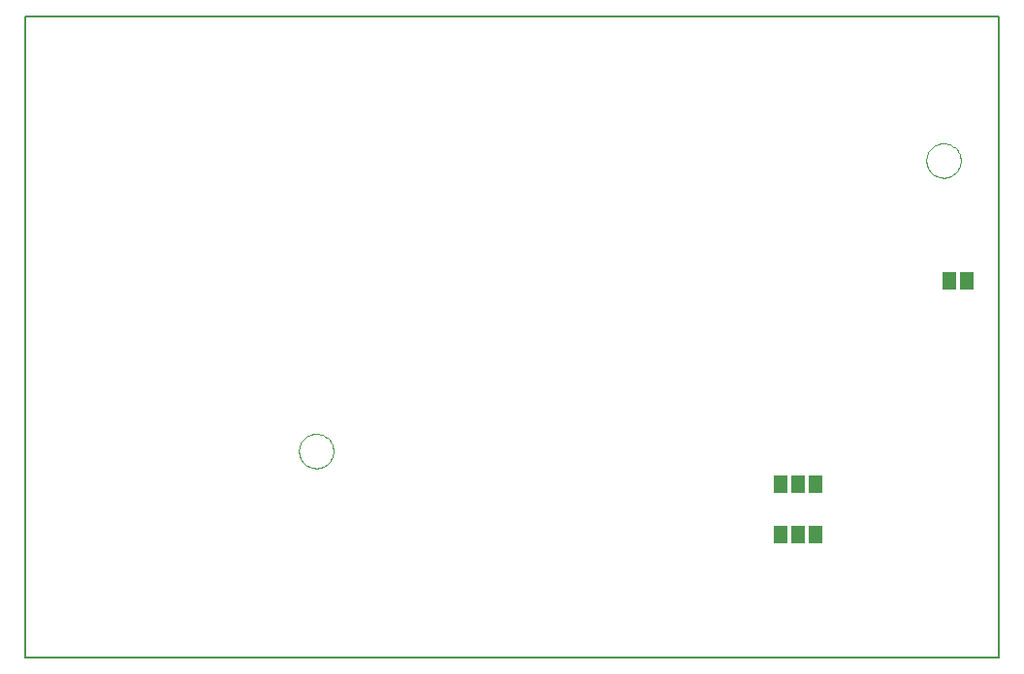
<source format=gbp>
G75*
%MOIN*%
%OFA0B0*%
%FSLAX24Y24*%
%IPPOS*%
%LPD*%
%AMOC8*
5,1,8,0,0,1.08239X$1,22.5*
%
%ADD10C,0.0050*%
%ADD11C,0.0000*%
%ADD12R,0.0460X0.0630*%
D10*
X000157Y000401D02*
X000157Y022448D01*
X033622Y022448D01*
X033622Y000401D01*
X000157Y000401D01*
D11*
X009573Y007496D02*
X009575Y007544D01*
X009581Y007592D01*
X009591Y007639D01*
X009604Y007685D01*
X009622Y007730D01*
X009642Y007774D01*
X009667Y007816D01*
X009695Y007855D01*
X009725Y007892D01*
X009759Y007926D01*
X009796Y007958D01*
X009834Y007987D01*
X009875Y008012D01*
X009918Y008034D01*
X009963Y008052D01*
X010009Y008066D01*
X010056Y008077D01*
X010104Y008084D01*
X010152Y008087D01*
X010200Y008086D01*
X010248Y008081D01*
X010296Y008072D01*
X010342Y008060D01*
X010387Y008043D01*
X010431Y008023D01*
X010473Y008000D01*
X010513Y007973D01*
X010551Y007943D01*
X010586Y007910D01*
X010618Y007874D01*
X010648Y007836D01*
X010674Y007795D01*
X010696Y007752D01*
X010716Y007708D01*
X010731Y007663D01*
X010743Y007616D01*
X010751Y007568D01*
X010755Y007520D01*
X010755Y007472D01*
X010751Y007424D01*
X010743Y007376D01*
X010731Y007329D01*
X010716Y007284D01*
X010696Y007240D01*
X010674Y007197D01*
X010648Y007156D01*
X010618Y007118D01*
X010586Y007082D01*
X010551Y007049D01*
X010513Y007019D01*
X010473Y006992D01*
X010431Y006969D01*
X010387Y006949D01*
X010342Y006932D01*
X010296Y006920D01*
X010248Y006911D01*
X010200Y006906D01*
X010152Y006905D01*
X010104Y006908D01*
X010056Y006915D01*
X010009Y006926D01*
X009963Y006940D01*
X009918Y006958D01*
X009875Y006980D01*
X009834Y007005D01*
X009796Y007034D01*
X009759Y007066D01*
X009725Y007100D01*
X009695Y007137D01*
X009667Y007176D01*
X009642Y007218D01*
X009622Y007262D01*
X009604Y007307D01*
X009591Y007353D01*
X009581Y007400D01*
X009575Y007448D01*
X009573Y007496D01*
X031136Y017496D02*
X031138Y017544D01*
X031144Y017592D01*
X031154Y017639D01*
X031167Y017685D01*
X031185Y017730D01*
X031205Y017774D01*
X031230Y017816D01*
X031258Y017855D01*
X031288Y017892D01*
X031322Y017926D01*
X031359Y017958D01*
X031397Y017987D01*
X031438Y018012D01*
X031481Y018034D01*
X031526Y018052D01*
X031572Y018066D01*
X031619Y018077D01*
X031667Y018084D01*
X031715Y018087D01*
X031763Y018086D01*
X031811Y018081D01*
X031859Y018072D01*
X031905Y018060D01*
X031950Y018043D01*
X031994Y018023D01*
X032036Y018000D01*
X032076Y017973D01*
X032114Y017943D01*
X032149Y017910D01*
X032181Y017874D01*
X032211Y017836D01*
X032237Y017795D01*
X032259Y017752D01*
X032279Y017708D01*
X032294Y017663D01*
X032306Y017616D01*
X032314Y017568D01*
X032318Y017520D01*
X032318Y017472D01*
X032314Y017424D01*
X032306Y017376D01*
X032294Y017329D01*
X032279Y017284D01*
X032259Y017240D01*
X032237Y017197D01*
X032211Y017156D01*
X032181Y017118D01*
X032149Y017082D01*
X032114Y017049D01*
X032076Y017019D01*
X032036Y016992D01*
X031994Y016969D01*
X031950Y016949D01*
X031905Y016932D01*
X031859Y016920D01*
X031811Y016911D01*
X031763Y016906D01*
X031715Y016905D01*
X031667Y016908D01*
X031619Y016915D01*
X031572Y016926D01*
X031526Y016940D01*
X031481Y016958D01*
X031438Y016980D01*
X031397Y017005D01*
X031359Y017034D01*
X031322Y017066D01*
X031288Y017100D01*
X031258Y017137D01*
X031230Y017176D01*
X031205Y017218D01*
X031185Y017262D01*
X031167Y017307D01*
X031154Y017353D01*
X031144Y017400D01*
X031138Y017448D01*
X031136Y017496D01*
D12*
X031927Y013371D03*
X032527Y013371D03*
X027327Y006371D03*
X026727Y006371D03*
X026127Y006371D03*
X026127Y004621D03*
X026727Y004621D03*
X027327Y004621D03*
M02*

</source>
